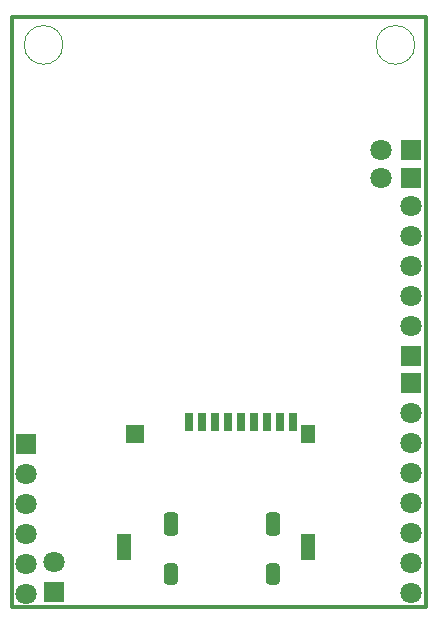
<source format=gbs>
%TF.GenerationSoftware,KiCad,Pcbnew,(5.99.0-12605-g2e120528c8)*%
%TF.CreationDate,2021-09-29T20:44:58+08:00*%
%TF.ProjectId,openmv4,6f70656e-6d76-4342-9e6b-696361645f70,rev?*%
%TF.SameCoordinates,Original*%
%TF.FileFunction,Soldermask,Bot*%
%TF.FilePolarity,Negative*%
%FSLAX46Y46*%
G04 Gerber Fmt 4.6, Leading zero omitted, Abs format (unit mm)*
G04 Created by KiCad (PCBNEW (5.99.0-12605-g2e120528c8)) date 2021-09-29 20:44:58*
%MOMM*%
%LPD*%
G01*
G04 APERTURE LIST*
G04 Aperture macros list*
%AMRoundRect*
0 Rectangle with rounded corners*
0 $1 Rounding radius*
0 $2 $3 $4 $5 $6 $7 $8 $9 X,Y pos of 4 corners*
0 Add a 4 corners polygon primitive as box body*
4,1,4,$2,$3,$4,$5,$6,$7,$8,$9,$2,$3,0*
0 Add four circle primitives for the rounded corners*
1,1,$1+$1,$2,$3*
1,1,$1+$1,$4,$5*
1,1,$1+$1,$6,$7*
1,1,$1+$1,$8,$9*
0 Add four rect primitives between the rounded corners*
20,1,$1+$1,$2,$3,$4,$5,0*
20,1,$1+$1,$4,$5,$6,$7,0*
20,1,$1+$1,$6,$7,$8,$9,0*
20,1,$1+$1,$8,$9,$2,$3,0*%
G04 Aperture macros list end*
%TA.AperFunction,Profile*%
%ADD10C,0.100000*%
%TD*%
%TA.AperFunction,Profile*%
%ADD11C,0.300000*%
%TD*%
%ADD12R,1.800000X1.800000*%
%ADD13C,1.800000*%
%ADD14RoundRect,0.300000X-0.300000X-0.600000X0.300000X-0.600000X0.300000X0.600000X-0.300000X0.600000X0*%
%ADD15RoundRect,0.300000X-0.300000X-0.700000X0.300000X-0.700000X0.300000X0.700000X-0.300000X0.700000X0*%
%ADD16R,0.700000X1.600000*%
%ADD17R,1.600000X1.500000*%
%ADD18R,1.200000X2.200000*%
%ADD19R,1.200000X1.500000*%
G04 APERTURE END LIST*
D10*
X134716772Y-68757800D02*
G75*
G03*
X134716772Y-68757800I-1635886J0D01*
G01*
D11*
X100634800Y-66382800D02*
X135634800Y-66382800D01*
X135634800Y-116382800D02*
X135634800Y-66382800D01*
X100634800Y-116382800D02*
X100634800Y-66382800D01*
X100634800Y-116382800D02*
X135634800Y-116382800D01*
D10*
X104927400Y-68757800D02*
G75*
G03*
X104927400Y-68757800I-1635886J0D01*
G01*
D12*
%TO.C,J2*%
X134416800Y-95084800D03*
D13*
X134416800Y-92544800D03*
X134416800Y-90004800D03*
X134416800Y-87464800D03*
X134416800Y-84924800D03*
X134416800Y-82384800D03*
%TD*%
D12*
%TO.C,J5*%
X134364800Y-77673200D03*
D13*
X131824800Y-77673200D03*
%TD*%
D12*
%TO.C,J4*%
X104190800Y-115112800D03*
D13*
X104190800Y-112572800D03*
%TD*%
D12*
%TO.C,J6*%
X134364800Y-80035400D03*
D13*
X131824800Y-80035400D03*
%TD*%
D14*
%TO.C,U8*%
X122710760Y-113521270D03*
X114070800Y-113521270D03*
D15*
X122710760Y-109341280D03*
X114070800Y-109341280D03*
%TD*%
D12*
%TO.C,J1*%
X101777800Y-102539800D03*
D13*
X101777800Y-105079800D03*
X101777800Y-107619800D03*
X101777800Y-110159800D03*
X101777800Y-112699800D03*
X101777800Y-115239800D03*
%TD*%
D12*
%TO.C,J3*%
X134416800Y-97345500D03*
D13*
X134416800Y-99885500D03*
X134416800Y-102425500D03*
X134416800Y-104965500D03*
X134416800Y-107505500D03*
X134416800Y-110045500D03*
X134416800Y-112585500D03*
X134416800Y-115125500D03*
%TD*%
D16*
%TO.C,U4*%
X115639720Y-100697800D03*
X116739720Y-100697800D03*
X117839720Y-100697800D03*
X118939710Y-100697800D03*
X120039710Y-100697800D03*
X121139710Y-100697800D03*
X122239710Y-100697800D03*
X123339730Y-100697800D03*
X124439730Y-100697799D03*
D17*
X111039630Y-101697800D03*
D18*
X125639700Y-111297811D03*
X110139581Y-111297811D03*
D19*
X125639700Y-101697800D03*
%TD*%
M02*

</source>
